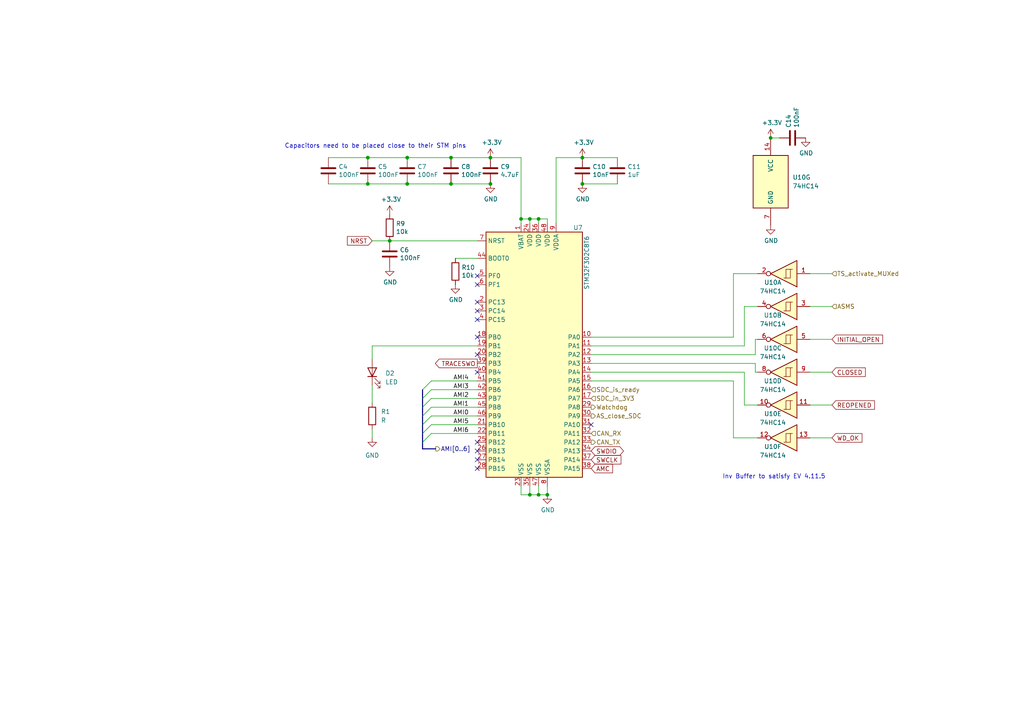
<source format=kicad_sch>
(kicad_sch (version 20211123) (generator eeschema)
  (paper "A4")
  (title_block (title "SDCL - CU") (date "2021-12-16") (rev "v1.0") (company "FaSTTUBe - Formula Student Team TU Berlin") (comment 1 "Car 113") (comment 2 "EBS Electronics") (comment 3 "CU for CAN Bus connection to supervisor"))
  (lib_symbols
    (symbol "74xx:74HC14" (pin_names (offset 1.016))
      (property "Reference" "U" (at 0 1.27 0))
      (property "Value" "74HC14" (at 0 -1.27 0))
      (symbol "74HC14_1_0"
        (polyline (pts (xy -3.81 3.81) (xy -3.81 -3.81) (xy 3.81 0) (xy -3.81 3.81)) (stroke (width 0.254)) (fill (type background)))
        (pin input line (at -7.62 0 0) (length 3.81) (name "~") (number "1"))
        (pin output inverted (at 7.62 0 180) (length 3.81) (name "~") (number "2"))
      )
      (symbol "74HC14_1_1"
        (polyline (pts (xy -1.905 -1.27) (xy -1.905 1.27) (xy -0.635 1.27)))
        (polyline (pts (xy -2.54 -1.27) (xy -0.635 -1.27) (xy -0.635 1.27) (xy 0 1.27)))
      )
      (symbol "74HC14_2_0"
        (polyline (pts (xy -3.81 3.81) (xy -3.81 -3.81) (xy 3.81 0) (xy -3.81 3.81)) (stroke (width 0.254)) (fill (type background)))
        (pin input line (at -7.62 0 0) (length 3.81) (name "~") (number "3"))
        (pin output inverted (at 7.62 0 180) (length 3.81) (name "~") (number "4"))
      )
      (symbol "74HC14_2_1"
        (polyline (pts (xy -1.905 -1.27) (xy -1.905 1.27) (xy -0.635 1.27)))
        (polyline (pts (xy -2.54 -1.27) (xy -0.635 -1.27) (xy -0.635 1.27) (xy 0 1.27)))
      )
      (symbol "74HC14_3_0"
        (polyline (pts (xy -3.81 3.81) (xy -3.81 -3.81) (xy 3.81 0) (xy -3.81 3.81)) (stroke (width 0.254)) (fill (type background)))
        (pin input line (at -7.62 0 0) (length 3.81) (name "~") (number "5"))
        (pin output inverted (at 7.62 0 180) (length 3.81) (name "~") (number "6"))
      )
      (symbol "74HC14_3_1"
        (polyline (pts (xy -1.905 -1.27) (xy -1.905 1.27) (xy -0.635 1.27)))
        (polyline (pts (xy -2.54 -1.27) (xy -0.635 -1.27) (xy -0.635 1.27) (xy 0 1.27)))
      )
      (symbol "74HC14_4_0"
        (polyline (pts (xy -3.81 3.81) (xy -3.81 -3.81) (xy 3.81 0) (xy -3.81 3.81)) (stroke (width 0.254)) (fill (type background)))
        (pin output inverted (at 7.62 0 180) (length 3.81) (name "~") (number "8"))
        (pin input line (at -7.62 0 0) (length 3.81) (name "~") (number "9"))
      )
      (symbol "74HC14_4_1"
        (polyline (pts (xy -1.905 -1.27) (xy -1.905 1.27) (xy -0.635 1.27)))
        (polyline (pts (xy -2.54 -1.27) (xy -0.635 -1.27) (xy -0.635 1.27) (xy 0 1.27)))
      )
      (symbol "74HC14_5_0"
        (polyline (pts (xy -3.81 3.81) (xy -3.81 -3.81) (xy 3.81 0) (xy -3.81 3.81)) (stroke (width 0.254)) (fill (type background)))
        (pin output inverted (at 7.62 0 180) (length 3.81) (name "~") (number "10"))
        (pin input line (at -7.62 0 0) (length 3.81) (name "~") (number "11"))
      )
      (symbol "74HC14_5_1"
        (polyline (pts (xy -1.905 -1.27) (xy -1.905 1.27) (xy -0.635 1.27)))
        (polyline (pts (xy -2.54 -1.27) (xy -0.635 -1.27) (xy -0.635 1.27) (xy 0 1.27)))
      )
      (symbol "74HC14_6_0"
        (polyline (pts (xy -3.81 3.81) (xy -3.81 -3.81) (xy 3.81 0) (xy -3.81 3.81)) (stroke (width 0.254)) (fill (type background)))
        (pin output inverted (at 7.62 0 180) (length 3.81) (name "~") (number "12"))
        (pin input line (at -7.62 0 0) (length 3.81) (name "~") (number "13"))
      )
      (symbol "74HC14_6_1"
        (polyline (pts (xy -1.905 -1.27) (xy -1.905 1.27) (xy -0.635 1.27)))
        (polyline (pts (xy -2.54 -1.27) (xy -0.635 -1.27) (xy -0.635 1.27) (xy 0 1.27)))
      )
      (symbol "74HC14_7_0"
        (pin power_in line (at 0 12.7 270) (length 5.08) (name "VCC") (number "14"))
        (pin power_in line (at 0 -12.7 90) (length 5.08) (name "GND") (number "7"))
      )
      (symbol "74HC14_7_1"
        (rectangle (start -5.08 7.62) (end 5.08 -7.62) (stroke (width 0.254)) (fill (type background)))
      )
    )
    (symbol "Device:C" (pin_numbers hide) (pin_names (offset 0.254))
      (property "Reference" "C" (at 0.635 2.54 0))
      (property "Value" "C" (at 0.635 -2.54 0))
      (symbol "C_0_1"
        (polyline (pts (xy -2.032 -0.762) (xy 2.032 -0.762)) (stroke (width 0.508)))
        (polyline (pts (xy -2.032 0.762) (xy 2.032 0.762)) (stroke (width 0.508)))
      )
      (symbol "C_1_1"
        (pin passive line (at 0 3.81 270) (length 2.794) (name "~") (number "1"))
        (pin passive line (at 0 -3.81 90) (length 2.794) (name "~") (number "2"))
      )
    )
    (symbol "Device:LED" (pin_numbers hide) (pin_names (offset 1.016) hide)
      (property "Reference" "D" (at 0 2.54 0))
      (property "Value" "LED" (at 0 -2.54 0))
      (symbol "LED_0_1"
        (polyline (pts (xy -1.27 -1.27) (xy -1.27 1.27)) (stroke (width 0.254)))
        (polyline (pts (xy -1.27 0) (xy 1.27 0)))
        (polyline (pts (xy 1.27 -1.27) (xy 1.27 1.27) (xy -1.27 0) (xy 1.27 -1.27)) (stroke (width 0.254)))
        (polyline (pts (xy -3.048 -0.762) (xy -4.572 -2.286) (xy -3.81 -2.286) (xy -4.572 -2.286) (xy -4.572 -1.524)))
        (polyline (pts (xy -1.778 -0.762) (xy -3.302 -2.286) (xy -2.54 -2.286) (xy -3.302 -2.286) (xy -3.302 -1.524)))
      )
      (symbol "LED_1_1"
        (pin passive line (at -3.81 0 0) (length 2.54) (name "K") (number "1"))
        (pin passive line (at 3.81 0 180) (length 2.54) (name "A") (number "2"))
      )
    )
    (symbol "Device:R" (pin_numbers hide) (pin_names (offset 0))
      (property "Reference" "R" (at 2.032 0 90))
      (property "Value" "R" (at 0 0 90))
      (symbol "R_0_1"
        (rectangle (start -1.016 -2.54) (end 1.016 2.54) (stroke (width 0.254)))
      )
      (symbol "R_1_1"
        (pin passive line (at 0 3.81 270) (length 1.27) (name "~") (number "1"))
        (pin passive line (at 0 -3.81 90) (length 1.27) (name "~") (number "2"))
      )
    )
    (symbol "MCU_ST_STM32F3:STM32F302C8Tx"
      (property "Reference" "U" (at -15.24 36.83 0))
      (property "Value" "STM32F302C8Tx" (at 7.62 36.83 0))
      (symbol "STM32F302C8Tx_0_1"
        (rectangle (start -15.24 -35.56) (end 12.7 35.56) (stroke (width 0.254)) (fill (type background)))
      )
      (symbol "STM32F302C8Tx_1_1"
        (pin power_in line (at -5.08 38.1 270) (length 2.54) (name "VBAT") (number "1"))
        (pin bidirectional line (at 15.24 5.08 180) (length 2.54) (name "PA0") (number "10"))
        (pin bidirectional line (at 15.24 2.54 180) (length 2.54) (name "PA1") (number "11"))
        (pin bidirectional line (at 15.24 0 180) (length 2.54) (name "PA2") (number "12"))
        (pin bidirectional line (at 15.24 -2.54 180) (length 2.54) (name "PA3") (number "13"))
        (pin bidirectional line (at 15.24 -5.08 180) (length 2.54) (name "PA4") (number "14"))
        (pin bidirectional line (at 15.24 -7.62 180) (length 2.54) (name "PA5") (number "15"))
        (pin bidirectional line (at 15.24 -10.16 180) (length 2.54) (name "PA6") (number "16"))
        (pin bidirectional line (at 15.24 -12.7 180) (length 2.54) (name "PA7") (number "17"))
        (pin bidirectional line (at -17.78 5.08 0) (length 2.54) (name "PB0") (number "18"))
        (pin bidirectional line (at -17.78 2.54 0) (length 2.54) (name "PB1") (number "19"))
        (pin bidirectional line (at -17.78 15.24 0) (length 2.54) (name "PC13") (number "2"))
        (pin bidirectional line (at -17.78 0 0) (length 2.54) (name "PB2") (number "20"))
        (pin bidirectional line (at -17.78 -20.32 0) (length 2.54) (name "PB10") (number "21"))
        (pin bidirectional line (at -17.78 -22.86 0) (length 2.54) (name "PB11") (number "22"))
        (pin power_in line (at -5.08 -38.1 90) (length 2.54) (name "VSS") (number "23"))
        (pin power_in line (at -2.54 38.1 270) (length 2.54) (name "VDD") (number "24"))
        (pin bidirectional line (at -17.78 -25.4 0) (length 2.54) (name "PB12") (number "25"))
        (pin bidirectional line (at -17.78 -27.94 0) (length 2.54) (name "PB13") (number "26"))
        (pin bidirectional line (at -17.78 -30.48 0) (length 2.54) (name "PB14") (number "27"))
        (pin bidirectional line (at -17.78 -33.02 0) (length 2.54) (name "PB15") (number "28"))
        (pin bidirectional line (at 15.24 -15.24 180) (length 2.54) (name "PA8") (number "29"))
        (pin bidirectional line (at -17.78 12.7 0) (length 2.54) (name "PC14") (number "3"))
        (pin bidirectional line (at 15.24 -17.78 180) (length 2.54) (name "PA9") (number "30"))
        (pin bidirectional line (at 15.24 -20.32 180) (length 2.54) (name "PA10") (number "31"))
        (pin bidirectional line (at 15.24 -22.86 180) (length 2.54) (name "PA11") (number "32"))
        (pin bidirectional line (at 15.24 -25.4 180) (length 2.54) (name "PA12") (number "33"))
        (pin bidirectional line (at 15.24 -27.94 180) (length 2.54) (name "PA13") (number "34"))
        (pin power_in line (at -2.54 -38.1 90) (length 2.54) (name "VSS") (number "35"))
        (pin power_in line (at 0 38.1 270) (length 2.54) (name "VDD") (number "36"))
        (pin bidirectional line (at 15.24 -30.48 180) (length 2.54) (name "PA14") (number "37"))
        (pin bidirectional line (at 15.24 -33.02 180) (length 2.54) (name "PA15") (number "38"))
        (pin bidirectional line (at -17.78 -2.54 0) (length 2.54) (name "PB3") (number "39"))
        (pin bidirectional line (at -17.78 10.16 0) (length 2.54) (name "PC15") (number "4"))
        (pin bidirectional line (at -17.78 -5.08 0) (length 2.54) (name "PB4") (number "40"))
        (pin bidirectional line (at -17.78 -7.62 0) (length 2.54) (name "PB5") (number "41"))
        (pin bidirectional line (at -17.78 -10.16 0) (length 2.54) (name "PB6") (number "42"))
        (pin bidirectional line (at -17.78 -12.7 0) (length 2.54) (name "PB7") (number "43"))
        (pin input line (at -17.78 27.94 0) (length 2.54) (name "BOOT0") (number "44"))
        (pin bidirectional line (at -17.78 -15.24 0) (length 2.54) (name "PB8") (number "45"))
        (pin bidirectional line (at -17.78 -17.78 0) (length 2.54) (name "PB9") (number "46"))
        (pin power_in line (at 0 -38.1 90) (length 2.54) (name "VSS") (number "47"))
        (pin power_in line (at 2.54 38.1 270) (length 2.54) (name "VDD") (number "48"))
        (pin input line (at -17.78 22.86 0) (length 2.54) (name "PF0") (number "5"))
        (pin input line (at -17.78 20.32 0) (length 2.54) (name "PF1") (number "6"))
        (pin input line (at -17.78 33.02 0) (length 2.54) (name "NRST") (number "7"))
        (pin power_in line (at 2.54 -38.1 90) (length 2.54) (name "VSSA") (number "8"))
        (pin power_in line (at 5.08 38.1 270) (length 2.54) (name "VDDA") (number "9"))
      )
    )
    (symbol "power:+3.3V" (power) (pin_names (offset 0))
      (property "Value" "+3.3V" (at 0 3.556 0))
      (symbol "+3.3V_0_1"
        (polyline (pts (xy -0.762 1.27) (xy 0 2.54)))
        (polyline (pts (xy 0 0) (xy 0 2.54)))
        (polyline (pts (xy 0 2.54) (xy 0.762 1.27)))
      )
      (symbol "+3.3V_1_1"
        (pin power_in line (at 0 0 90) (length 0) hide (name "+3.3V") (number "1"))
      )
    )
    (symbol "power:GND" (power) (pin_names (offset 0))
      (property "Value" "GND" (at 0 -3.81 0))
      (symbol "GND_0_1"
        (polyline (pts (xy 0 0) (xy 0 -1.27) (xy 1.27 -1.27) (xy 0 -2.54) (xy -1.27 -1.27) (xy 0 -1.27)))
      )
      (symbol "GND_1_1"
        (pin power_in line (at 0 0 270) (length 0) hide (name "GND") (number "1"))
      )
    )
  )
  (junction (at 223.52 40.005))
  (junction (at 106.68 45.72))
  (junction (at 142.24 53.34))
  (junction (at 118.11 45.72))
  (junction (at 118.11 53.34))
  (junction (at 106.68 53.34))
  (junction (at 153.67 63.5))
  (junction (at 168.91 45.72))
  (junction (at 130.81 53.34))
  (junction (at 142.24 45.72))
  (junction (at 158.75 143.51))
  (junction (at 113.03 69.85))
  (junction (at 156.21 63.5))
  (junction (at 153.67 143.51))
  (junction (at 151.13 63.5))
  (junction (at 130.81 45.72))
  (junction (at 156.21 143.51))
  (junction (at 168.91 53.34))
  (no_connect (at 138.43 133.35))
  (no_connect (at 138.43 82.55))
  (no_connect (at 138.43 87.63))
  (no_connect (at 138.43 92.71))
  (no_connect (at 138.43 128.27))
  (no_connect (at 138.43 80.01))
  (no_connect (at 138.43 90.17))
  (no_connect (at 138.43 97.79))
  (no_connect (at 138.43 102.87))
  (no_connect (at 138.43 130.81))
  (no_connect (at 138.43 107.95))
  (no_connect (at 138.43 135.89))
  (no_connect (at 171.45 123.19))
  (bus_entry (at 122.555 118.11) (size 2.54 -2.54))
  (bus_entry (at 122.555 120.65) (size 2.54 -2.54))
  (bus_entry (at 122.555 123.19) (size 2.54 -2.54))
  (bus_entry (at 122.555 125.73) (size 2.54 -2.54))
  (bus_entry (at 122.555 128.27) (size 2.54 -2.54))
  (bus_entry (at 122.555 113.03) (size 2.54 -2.54))
  (bus_entry (at 122.555 115.57) (size 2.54 -2.54))
  (wire (pts (xy 153.67 63.5) (xy 153.67 64.77)))
  (wire (pts (xy 212.725 79.375) (xy 219.71 79.375)))
  (wire (pts (xy 158.75 63.5) (xy 156.21 63.5)))
  (wire (pts (xy 107.95 104.14) (xy 107.95 100.33)))
  (wire (pts (xy 161.29 45.72) (xy 161.29 64.77)))
  (wire (pts (xy 125.095 120.65) (xy 138.43 120.65)))
  (wire (pts (xy 153.67 140.97) (xy 153.67 143.51)))
  (wire (pts (xy 219.71 88.9) (xy 215.9 88.9)))
  (wire (pts (xy 156.21 140.97) (xy 156.21 143.51)))
  (wire (pts (xy 158.75 64.77) (xy 158.75 63.5)))
  (wire (pts (xy 107.95 111.76) (xy 107.95 116.84)))
  (wire (pts (xy 158.75 143.51) (xy 156.21 143.51)))
  (wire (pts (xy 219.075 98.425) (xy 219.075 102.87)))
  (wire (pts (xy 130.81 53.34) (xy 142.24 53.34)))
  (wire (pts (xy 125.095 118.11) (xy 138.43 118.11)))
  (bus (pts (xy 122.555 113.03) (xy 122.555 115.57)))
  (wire (pts (xy 107.95 100.33) (xy 138.43 100.33)))
  (wire (pts (xy 168.91 53.34) (xy 179.07 53.34)))
  (wire (pts (xy 219.075 98.425) (xy 219.71 98.425)))
  (wire (pts (xy 142.24 45.72) (xy 151.13 45.72)))
  (wire (pts (xy 107.95 69.85) (xy 113.03 69.85)))
  (wire (pts (xy 156.21 63.5) (xy 153.67 63.5)))
  (bus (pts (xy 122.555 130.175) (xy 126.365 130.175)))
  (wire (pts (xy 212.725 127) (xy 212.725 110.49)))
  (bus (pts (xy 122.555 128.27) (xy 122.555 130.175)))
  (bus (pts (xy 122.555 118.11) (xy 122.555 120.65)))
  (wire (pts (xy 125.095 125.73) (xy 138.43 125.73)))
  (wire (pts (xy 219.075 107.95) (xy 219.075 105.41)))
  (wire (pts (xy 234.95 127) (xy 241.3 127)))
  (wire (pts (xy 226.06 40.005) (xy 223.52 40.005)))
  (wire (pts (xy 161.29 45.72) (xy 168.91 45.72)))
  (bus (pts (xy 122.555 115.57) (xy 122.555 118.11)))
  (wire (pts (xy 219.71 117.475) (xy 215.9 117.475)))
  (wire (pts (xy 171.45 97.79) (xy 212.725 97.79)))
  (wire (pts (xy 113.03 69.85) (xy 138.43 69.85)))
  (wire (pts (xy 158.75 140.97) (xy 158.75 143.51)))
  (wire (pts (xy 219.075 102.87) (xy 171.45 102.87)))
  (wire (pts (xy 215.9 100.33) (xy 171.45 100.33)))
  (wire (pts (xy 125.095 115.57) (xy 138.43 115.57)))
  (wire (pts (xy 212.725 97.79) (xy 212.725 79.375)))
  (wire (pts (xy 168.91 45.72) (xy 179.07 45.72)))
  (bus (pts (xy 122.555 123.19) (xy 122.555 125.73)))
  (wire (pts (xy 156.21 143.51) (xy 153.67 143.51)))
  (wire (pts (xy 215.9 88.9) (xy 215.9 100.33)))
  (wire (pts (xy 125.095 110.49) (xy 138.43 110.49)))
  (wire (pts (xy 107.95 127) (xy 107.95 124.46)))
  (bus (pts (xy 122.555 125.73) (xy 122.555 128.27)))
  (wire (pts (xy 215.9 117.475) (xy 215.9 107.95)))
  (wire (pts (xy 234.95 117.475) (xy 241.3 117.475)))
  (wire (pts (xy 234.95 107.95) (xy 241.3 107.95)))
  (wire (pts (xy 219.075 105.41) (xy 171.45 105.41)))
  (bus (pts (xy 122.555 120.65) (xy 122.555 123.19)))
  (wire (pts (xy 125.095 123.19) (xy 138.43 123.19)))
  (wire (pts (xy 125.095 113.03) (xy 138.43 113.03)))
  (wire (pts (xy 132.08 74.93) (xy 138.43 74.93)))
  (wire (pts (xy 234.95 98.425) (xy 241.3 98.425)))
  (wire (pts (xy 219.075 107.95) (xy 219.71 107.95)))
  (wire (pts (xy 95.25 53.34) (xy 106.68 53.34)))
  (wire (pts (xy 151.13 140.97) (xy 151.13 143.51)))
  (wire (pts (xy 106.68 45.72) (xy 118.11 45.72)))
  (wire (pts (xy 219.71 127) (xy 212.725 127)))
  (wire (pts (xy 151.13 143.51) (xy 153.67 143.51)))
  (wire (pts (xy 106.68 53.34) (xy 118.11 53.34)))
  (wire (pts (xy 215.9 107.95) (xy 171.45 107.95)))
  (wire (pts (xy 234.95 79.375) (xy 241.3 79.375)))
  (wire (pts (xy 234.95 88.9) (xy 241.3 88.9)))
  (wire (pts (xy 106.68 45.72) (xy 95.25 45.72)))
  (wire (pts (xy 212.725 110.49) (xy 171.45 110.49)))
  (wire (pts (xy 151.13 63.5) (xy 151.13 64.77)))
  (wire (pts (xy 151.13 45.72) (xy 151.13 63.5)))
  (wire (pts (xy 118.11 53.34) (xy 130.81 53.34)))
  (wire (pts (xy 156.21 64.77) (xy 156.21 63.5)))
  (wire (pts (xy 153.67 63.5) (xy 151.13 63.5)))
  (wire (pts (xy 118.11 45.72) (xy 130.81 45.72)))
  (wire (pts (xy 130.81 45.72) (xy 142.24 45.72)))
  (text "Capacitors need to be placed close to their STM pins" (at 82.55 43.18 0) (effects (font (size 1.27 1.27)) (justify left bottom)))
  (text "Inv Buffer to satisfy EV 4.11.5" (at 209.55 139.065 0) (effects (font (size 1.27 1.27)) (justify left bottom)))
  (label "AMI3" (at 131.445 113.03 0))
  (label "AMI4" (at 131.445 110.49 0))
  (label "AMI2" (at 131.445 115.57 0))
  (label "AMI0" (at 131.445 120.65 0))
  (label "AMI6" (at 131.445 125.73 0))
  (label "AMI5" (at 131.445 123.19 0))
  (label "AMI1" (at 131.445 118.11 0))
  (global_label "REOPENED" (shape input) (at 241.3 117.475 0) (property "Intersheet References" "${INTERSHEET_REFS}" (effects hide)))
  (global_label "CLOSED" (shape input) (at 241.3 107.95 0) (property "Intersheet References" "${INTERSHEET_REFS}" (effects hide)))
  (global_label "WD_OK" (shape input) (at 241.3 127 0) (property "Intersheet References" "${INTERSHEET_REFS}" (effects hide)))
  (global_label "SWDIO" (shape bidirectional) (at 171.45 130.81 0) (property "Intersheet References" "${INTERSHEET_REFS}" (effects hide)))
  (global_label "INITIAL_OPEN" (shape input) (at 241.3 98.425 0) (property "Intersheet References" "${INTERSHEET_REFS}" (effects hide)))
  (global_label "NRST" (shape input) (at 107.95 69.85 180) (property "Intersheet References" "${INTERSHEET_REFS}" (effects hide)))
  (global_label "AMC" (shape input) (at 171.45 135.89 0) (property "Intersheet References" "${INTERSHEET_REFS}" (effects hide)))
  (global_label "TRACESWO" (shape output) (at 138.43 105.41 180) (property "Intersheet References" "${INTERSHEET_REFS}" (effects hide)))
  (global_label "SWCLK" (shape input) (at 171.45 133.35 0) (property "Intersheet References" "${INTERSHEET_REFS}" (effects hide)))
  (hierarchical_label "SDC_is_ready" (shape input) (at 171.45 113.03 0))
  (hierarchical_label "CAN_RX" (shape input) (at 171.45 125.73 0))
  (hierarchical_label "CAN_TX" (shape output) (at 171.45 128.27 0))
  (hierarchical_label "ASMS" (shape input) (at 241.3 88.9 0))
  (hierarchical_label "AS_close_SDC" (shape output) (at 171.45 120.65 0))
  (hierarchical_label "TS_activate_MUXed" (shape input) (at 241.3 79.375 0))
  (hierarchical_label "Watchdog" (shape output) (at 171.45 118.11 0))
  (hierarchical_label "SDC_in_3V3" (shape input) (at 171.45 115.57 0))
  (hierarchical_label "AMI[0..6]" (shape output) (at 126.365 130.175 0))
  (symbol (lib_id "Device:C") (at 130.81 49.53 0) (unit 1)
    (property "Reference" "C8" (at 133.731 48.3616 0) (effects (justify left)))
    (property "Value" "100nF" (at 133.731 50.673 0) (effects (justify left)))
    (property "Footprint" "Capacitor_SMD:C_0603_1608Metric_Pad1.08x0.95mm_HandSolder" (effects hide))
  )
  (symbol (lib_id "Device:C") (at 142.24 49.53 0) (unit 1)
    (property "Reference" "C9" (at 145.161 48.3616 0) (effects (justify left)))
    (property "Value" "4.7uF" (at 145.161 50.673 0) (effects (justify left)))
    (property "Footprint" "Capacitor_SMD:C_0603_1608Metric_Pad1.08x0.95mm_HandSolder" (effects hide))
  )
  (symbol (lib_id "Device:C") (at 118.11 49.53 0) (unit 1)
    (property "Reference" "C7" (at 121.031 48.3616 0) (effects (justify left)))
    (property "Value" "100nF" (at 121.031 50.673 0) (effects (justify left)))
    (property "Footprint" "Capacitor_SMD:C_0603_1608Metric_Pad1.08x0.95mm_HandSolder" (effects hide))
  )
  (symbol (lib_id "Device:C") (at 106.68 49.53 0) (unit 1)
    (property "Reference" "C5" (at 109.601 48.3616 0) (effects (justify left)))
    (property "Value" "100nF" (at 109.601 50.673 0) (effects (justify left)))
    (property "Footprint" "Capacitor_SMD:C_0603_1608Metric_Pad1.08x0.95mm_HandSolder" (effects hide))
  )
  (symbol (lib_id "Device:C") (at 95.25 49.53 0) (unit 1)
    (property "Reference" "C4" (at 98.171 48.3616 0) (effects (justify left)))
    (property "Value" "100nF" (at 98.171 50.673 0) (effects (justify left)))
    (property "Footprint" "Capacitor_SMD:C_0603_1608Metric_Pad1.08x0.95mm_HandSolder" (effects hide))
  )
  (symbol (lib_id "power:GND") (at 142.24 53.34 0) (unit 1)
    (property "Reference" "#PWR0133" (effects hide))
    (property "Value" "GND" (at 142.367 57.7342 0))
  )
  (symbol (lib_id "power:GND") (at 158.75 143.51 0) (unit 1)
    (property "Reference" "#PWR0140" (effects hide))
    (property "Value" "GND" (at 158.877 147.9042 0))
  )
  (symbol (lib_id "Device:C") (at 168.91 49.53 0) (unit 1)
    (property "Reference" "C10" (at 171.831 48.3616 0) (effects (justify left)))
    (property "Value" "10nF" (at 171.831 50.673 0) (effects (justify left)))
    (property "Footprint" "Capacitor_SMD:C_0603_1608Metric_Pad1.08x0.95mm_HandSolder" (effects hide))
  )
  (symbol (lib_id "Device:C") (at 179.07 49.53 0) (unit 1)
    (property "Reference" "C11" (at 181.991 48.3616 0) (effects (justify left)))
    (property "Value" "1uF" (at 181.991 50.673 0) (effects (justify left)))
    (property "Footprint" "Capacitor_SMD:C_0603_1608Metric_Pad1.08x0.95mm_HandSolder" (effects hide))
  )
  (symbol (lib_id "power:GND") (at 168.91 53.34 0) (unit 1)
    (property "Reference" "#PWR0134" (effects hide))
    (property "Value" "GND" (at 169.037 57.7342 0))
  )
  (symbol (lib_id "Device:R") (at 132.08 78.74 0) (unit 1)
    (property "Reference" "R10" (at 133.858 77.5716 0) (effects (justify left)))
    (property "Value" "10k" (at 133.858 79.883 0) (effects (justify left)))
    (property "Footprint" "Resistor_SMD:R_0603_1608Metric_Pad0.98x0.95mm_HandSolder" (effects hide))
  )
  (symbol (lib_id "MCU_ST_STM32F3:STM32F302C8Tx") (at 156.21 102.87 0) (unit 1)
    (property "Reference" "U7" (at 167.64 66.04 0))
    (property "Value" "STM32F302C8T6" (at 170.18 76.2 90))
    (property "Footprint" "Package_QFP:LQFP-48_7x7mm_P0.5mm" (effects hide))
    (property "Datasheet" "http://www.st.com/st-web-ui/static/active/en/resource/technical/document/datasheet/DM00093333.pdf" (effects hide))
  )
  (symbol (lib_id "power:GND") (at 132.08 82.55 0) (unit 1)
    (property "Reference" "#PWR0136" (effects hide))
    (property "Value" "GND" (at 132.207 86.9442 0))
  )
  (symbol (lib_id "Device:R") (at 113.03 66.04 0) (unit 1)
    (property "Reference" "R9" (at 114.808 64.8716 0) (effects (justify left)))
    (property "Value" "10k" (at 114.808 67.183 0) (effects (justify left)))
    (property "Footprint" "Resistor_SMD:R_0603_1608Metric_Pad0.98x0.95mm_HandSolder" (effects hide))
  )
  (symbol (lib_id "Device:C") (at 113.03 73.66 0) (unit 1)
    (property "Reference" "C6" (at 115.951 72.4916 0) (effects (justify left)))
    (property "Value" "100nF" (at 115.951 74.803 0) (effects (justify left)))
    (property "Footprint" "Capacitor_SMD:C_0603_1608Metric_Pad1.08x0.95mm_HandSolder" (effects hide))
  )
  (symbol (lib_id "power:GND") (at 113.03 77.47 0) (unit 1)
    (property "Reference" "#PWR0135" (effects hide))
    (property "Value" "GND" (at 113.157 81.8642 0))
  )
  (symbol (lib_id "power:+3.3V") (at 142.24 45.72 0) (unit 1)
    (property "Reference" "#PWR0137" (effects hide))
    (property "Value" "+3.3V" (at 142.621 41.3258 0))
  )
  (symbol (lib_id "power:+3.3V") (at 168.91 45.72 0) (unit 1)
    (property "Reference" "#PWR0138" (effects hide))
    (property "Value" "+3.3V" (at 169.291 41.3258 0))
  )
  (symbol (lib_id "power:+3.3V") (at 113.03 62.23 0) (unit 1)
    (property "Reference" "#PWR0139" (effects hide))
    (property "Value" "+3.3V" (at 113.411 57.8358 0))
  )
  (symbol (lib_id "74xx:74HC14") (at 227.33 127 180) (unit 6)
    (property "Reference" "U10" (at 224.155 129.54 0))
    (property "Value" "74HC14" (at 224.155 132.08 0))
    (property "Footprint" "Package_SO:SOIC-14_3.9x8.7mm_P1.27mm" (effects hide))
    (property "Datasheet" "http://www.ti.com/lit/gpn/sn74HC14" (effects hide))
  )
  (symbol (lib_id "74xx:74HC14") (at 223.52 52.705 0) (unit 7)
    (property "Reference" "U10" (at 229.87 51.4349 0) (effects (justify left)))
    (property "Value" "74HC14" (at 229.87 53.9749 0) (effects (justify left)))
    (property "Footprint" "Package_SO:SOIC-14_3.9x8.7mm_P1.27mm" (effects hide))
    (property "Datasheet" "http://www.ti.com/lit/gpn/sn74HC14" (effects hide))
  )
  (symbol (lib_id "74xx:74HC14") (at 227.33 107.95 180) (unit 4)
    (property "Reference" "U10" (at 224.155 110.49 0))
    (property "Value" "74HC14" (at 224.155 113.03 0))
    (property "Footprint" "Package_SO:SOIC-14_3.9x8.7mm_P1.27mm" (effects hide))
    (property "Datasheet" "http://www.ti.com/lit/gpn/sn74HC14" (effects hide))
  )
  (symbol (lib_id "power:GND") (at 223.52 65.405 0) (unit 1)
    (property "Reference" "#PWR03" (effects hide))
    (property "Value" "GND" (at 223.647 69.7992 0))
  )
  (symbol (lib_id "power:GND") (at 233.68 40.005 0) (unit 1)
    (property "Reference" "#PWR04" (effects hide))
    (property "Value" "GND" (at 233.807 44.3992 0))
  )
  (symbol (lib_id "74xx:74HC14") (at 227.33 98.425 180) (unit 3)
    (property "Reference" "U10" (at 224.155 100.965 0))
    (property "Value" "74HC14" (at 224.155 103.505 0))
    (property "Footprint" "Package_SO:SOIC-14_3.9x8.7mm_P1.27mm" (effects hide))
    (property "Datasheet" "http://www.ti.com/lit/gpn/sn74HC14" (effects hide))
  )
  (symbol (lib_id "Device:LED") (at 107.95 107.95 90) (unit 1)
    (property "Reference" "D2" (at 111.76 108.2674 90) (effects (justify right)))
    (property "Value" "LED" (at 111.76 110.8074 90) (effects (justify right)))
    (property "Footprint" "LED_THT:LED_D5.0mm_Clear" (effects hide))
  )
  (symbol (lib_id "Device:R") (at 107.95 120.65 0) (unit 1)
    (property "Reference" "R1" (at 110.49 119.3799 0) (effects (justify left)))
    (property "Value" "R" (at 110.49 121.9199 0) (effects (justify left)))
    (property "Footprint" "Resistor_SMD:R_0603_1608Metric_Pad0.98x0.95mm_HandSolder" (effects hide))
  )
  (symbol (lib_id "power:GND") (at 107.95 127 0) (unit 1)
    (property "Reference" "#PWR01" (effects hide))
    (property "Value" "GND" (at 107.95 132.08 0))
  )
  (symbol (lib_id "74xx:74HC14") (at 227.33 79.375 180) (unit 1)
    (property "Reference" "U10" (at 224.155 81.915 0))
    (property "Value" "74HC14" (at 224.155 84.455 0))
    (property "Footprint" "Package_SO:SOIC-14_3.9x8.7mm_P1.27mm" (effects hide))
    (property "Datasheet" "http://www.ti.com/lit/gpn/sn74HC14" (effects hide))
  )
  (symbol (lib_id "74xx:74HC14") (at 227.33 88.9 180) (unit 2)
    (property "Reference" "U10" (at 224.155 91.44 0))
    (property "Value" "74HC14" (at 224.155 93.98 0))
    (property "Footprint" "Package_SO:SOIC-14_3.9x8.7mm_P1.27mm" (effects hide))
    (property "Datasheet" "http://www.ti.com/lit/gpn/sn74HC14" (effects hide))
  )
  (symbol (lib_id "power:+3.3V") (at 223.52 40.005 0) (unit 1)
    (property "Reference" "#PWR02" (effects hide))
    (property "Value" "+3.3V" (at 223.901 35.6108 0))
  )
  (symbol (lib_id "Device:C") (at 229.87 40.005 90) (unit 1)
    (property "Reference" "C14" (at 228.7016 37.084 0) (effects (justify left)))
    (property "Value" "100nF" (at 231.013 37.084 0) (effects (justify left)))
    (property "Footprint" "Capacitor_SMD:C_0603_1608Metric_Pad1.08x0.95mm_HandSolder" (effects hide))
  )
  (symbol (lib_id "74xx:74HC14") (at 227.33 117.475 180) (unit 5)
    (property "Reference" "U10" (at 224.155 120.015 0))
    (property "Value" "74HC14" (at 224.155 122.555 0))
    (property "Footprint" "Package_SO:SOIC-14_3.9x8.7mm_P1.27mm" (effects hide))
    (property "Datasheet" "http://www.ti.com/lit/gpn/sn74HC14" (effects hide))
  )
)
</source>
